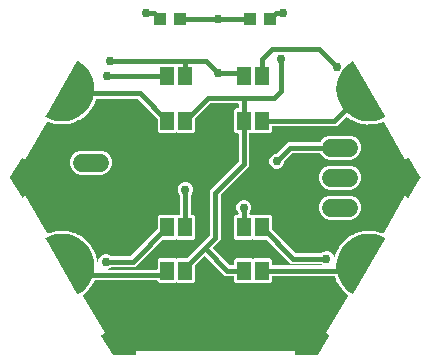
<source format=gbr>
G04 EAGLE Gerber RS-274X export*
G75*
%MOMM*%
%FSLAX34Y34*%
%LPD*%
%INBottom Copper*%
%IPPOS*%
%AMOC8*
5,1,8,0,0,1.08239X$1,22.5*%
G01*
%ADD10R,1.000000X1.100000*%
%ADD11C,1.000000*%
%ADD12R,1.168400X1.600200*%
%ADD13C,1.524000*%
%ADD14C,0.756400*%
%ADD15C,0.406400*%

G36*
X297185Y268734D02*
X297185Y268734D01*
X297190Y268733D01*
X297283Y268754D01*
X297377Y268772D01*
X297381Y268775D01*
X297386Y268776D01*
X297464Y268832D01*
X297542Y268885D01*
X297545Y268889D01*
X297549Y268892D01*
X297600Y268974D01*
X297652Y269053D01*
X297652Y269058D01*
X297655Y269063D01*
X297687Y269240D01*
X297687Y277023D01*
X299176Y278512D01*
X312964Y278512D01*
X313331Y278145D01*
X313336Y278142D01*
X313339Y278138D01*
X313419Y278086D01*
X313498Y278034D01*
X313503Y278033D01*
X313508Y278030D01*
X313602Y278014D01*
X313695Y277996D01*
X313700Y277997D01*
X313705Y277996D01*
X313798Y278018D01*
X313891Y278038D01*
X313895Y278041D01*
X313901Y278042D01*
X314049Y278145D01*
X314416Y278512D01*
X322635Y278512D01*
X322643Y278513D01*
X322650Y278512D01*
X322740Y278533D01*
X322831Y278551D01*
X322838Y278556D01*
X322845Y278558D01*
X322993Y278660D01*
X336074Y291741D01*
X336075Y291741D01*
X341989Y297656D01*
X341993Y297662D01*
X341999Y297667D01*
X342048Y297745D01*
X342100Y297822D01*
X342101Y297830D01*
X342105Y297837D01*
X342137Y298014D01*
X342137Y335904D01*
X366119Y359886D01*
X366123Y359892D01*
X366129Y359897D01*
X366178Y359975D01*
X366230Y360052D01*
X366231Y360060D01*
X366235Y360067D01*
X366267Y360244D01*
X366267Y383921D01*
X366266Y383926D01*
X366267Y383931D01*
X366246Y384024D01*
X366228Y384118D01*
X366225Y384122D01*
X366224Y384127D01*
X366168Y384205D01*
X366115Y384283D01*
X366111Y384286D01*
X366108Y384290D01*
X366026Y384341D01*
X365947Y384393D01*
X365942Y384393D01*
X365937Y384396D01*
X365760Y384428D01*
X363946Y384428D01*
X362457Y385917D01*
X362457Y404023D01*
X363946Y405512D01*
X365760Y405512D01*
X365765Y405513D01*
X365770Y405512D01*
X365863Y405533D01*
X365957Y405551D01*
X365961Y405554D01*
X365966Y405555D01*
X366044Y405611D01*
X366122Y405664D01*
X366125Y405668D01*
X366129Y405671D01*
X366180Y405753D01*
X366232Y405832D01*
X366232Y405837D01*
X366235Y405842D01*
X366267Y406019D01*
X366267Y408940D01*
X366266Y408945D01*
X366267Y408950D01*
X366246Y409043D01*
X366228Y409137D01*
X366225Y409141D01*
X366224Y409146D01*
X366168Y409224D01*
X366115Y409302D01*
X366111Y409305D01*
X366108Y409309D01*
X366026Y409360D01*
X365947Y409412D01*
X365942Y409412D01*
X365937Y409415D01*
X365760Y409447D01*
X342464Y409447D01*
X342456Y409446D01*
X342449Y409447D01*
X342359Y409426D01*
X342268Y409408D01*
X342261Y409403D01*
X342254Y409401D01*
X342106Y409299D01*
X329841Y397034D01*
X329837Y397028D01*
X329831Y397023D01*
X329782Y396945D01*
X329730Y396868D01*
X329729Y396860D01*
X329725Y396853D01*
X329693Y396676D01*
X329693Y385917D01*
X328204Y384428D01*
X314416Y384428D01*
X314049Y384795D01*
X314044Y384798D01*
X314041Y384802D01*
X313961Y384853D01*
X313882Y384906D01*
X313877Y384907D01*
X313872Y384910D01*
X313778Y384926D01*
X313685Y384944D01*
X313680Y384943D01*
X313674Y384944D01*
X313582Y384922D01*
X313489Y384902D01*
X313484Y384899D01*
X313479Y384898D01*
X313331Y384795D01*
X312964Y384428D01*
X299176Y384428D01*
X297687Y385917D01*
X297687Y396676D01*
X297686Y396684D01*
X297687Y396691D01*
X297666Y396781D01*
X297648Y396872D01*
X297643Y396879D01*
X297641Y396887D01*
X297539Y397035D01*
X281084Y413489D01*
X281078Y413493D01*
X281073Y413499D01*
X280995Y413548D01*
X280918Y413600D01*
X280910Y413601D01*
X280903Y413605D01*
X280726Y413637D01*
X246193Y413637D01*
X246182Y413635D01*
X246171Y413637D01*
X246084Y413615D01*
X245997Y413598D01*
X245987Y413591D01*
X245976Y413588D01*
X245905Y413535D01*
X245831Y413485D01*
X245825Y413475D01*
X245815Y413469D01*
X245729Y413328D01*
X245722Y413317D01*
X245721Y413316D01*
X245721Y413315D01*
X245555Y412893D01*
X245549Y412859D01*
X245533Y412821D01*
X245312Y411852D01*
X245234Y411803D01*
X245183Y411754D01*
X245127Y411712D01*
X245109Y411684D01*
X245089Y411665D01*
X245068Y411617D01*
X245032Y411559D01*
X244410Y409973D01*
X244398Y409904D01*
X244378Y409836D01*
X244381Y409804D01*
X244376Y409776D01*
X244387Y409726D01*
X244393Y409657D01*
X244417Y409568D01*
X243920Y408707D01*
X243909Y408674D01*
X243887Y408639D01*
X243525Y407714D01*
X243440Y407677D01*
X243382Y407637D01*
X243320Y407603D01*
X243299Y407578D01*
X243276Y407562D01*
X243249Y407519D01*
X243204Y407466D01*
X242353Y405991D01*
X242330Y405924D01*
X242300Y405860D01*
X242298Y405827D01*
X242289Y405801D01*
X242293Y405749D01*
X242288Y405680D01*
X242299Y405589D01*
X241679Y404812D01*
X241664Y404781D01*
X241637Y404749D01*
X241140Y403889D01*
X241051Y403865D01*
X240988Y403833D01*
X240922Y403810D01*
X240897Y403788D01*
X240872Y403776D01*
X240838Y403736D01*
X240786Y403691D01*
X239725Y402359D01*
X239693Y402297D01*
X239653Y402238D01*
X239646Y402206D01*
X239633Y402181D01*
X239629Y402130D01*
X239615Y402062D01*
X239611Y401970D01*
X238883Y401294D01*
X238863Y401266D01*
X238831Y401238D01*
X238212Y400461D01*
X238121Y400451D01*
X238054Y400429D01*
X237984Y400416D01*
X237957Y400398D01*
X237930Y400390D01*
X237891Y400356D01*
X237833Y400319D01*
X236585Y399160D01*
X236544Y399103D01*
X236496Y399051D01*
X236484Y399020D01*
X236468Y398998D01*
X236456Y398947D01*
X236432Y398883D01*
X236414Y398792D01*
X235594Y398232D01*
X235569Y398207D01*
X235534Y398185D01*
X234806Y397509D01*
X234714Y397512D01*
X234645Y397501D01*
X234574Y397498D01*
X234544Y397485D01*
X234517Y397480D01*
X234473Y397453D01*
X234410Y397424D01*
X233003Y396465D01*
X232968Y396429D01*
X232942Y396411D01*
X232933Y396398D01*
X232899Y396370D01*
X232883Y396341D01*
X232863Y396321D01*
X232844Y396273D01*
X232810Y396213D01*
X232780Y396126D01*
X231885Y395695D01*
X231857Y395674D01*
X231819Y395657D01*
X230998Y395097D01*
X230908Y395114D01*
X230837Y395113D01*
X230767Y395121D01*
X230736Y395112D01*
X230707Y395112D01*
X230660Y395091D01*
X230593Y395073D01*
X229060Y394333D01*
X229003Y394291D01*
X228942Y394255D01*
X228922Y394229D01*
X228900Y394212D01*
X228874Y394168D01*
X228831Y394113D01*
X228788Y394032D01*
X227839Y393739D01*
X227809Y393722D01*
X227768Y393711D01*
X226873Y393280D01*
X226786Y393310D01*
X226717Y393320D01*
X226648Y393338D01*
X226616Y393334D01*
X226588Y393337D01*
X226538Y393324D01*
X226469Y393316D01*
X224843Y392813D01*
X224781Y392780D01*
X224715Y392754D01*
X224691Y392731D01*
X224667Y392718D01*
X224634Y392677D01*
X224584Y392630D01*
X224529Y392556D01*
X223547Y392407D01*
X223514Y392395D01*
X223473Y392390D01*
X222524Y392097D01*
X222442Y392140D01*
X222375Y392160D01*
X222310Y392188D01*
X222277Y392189D01*
X222250Y392197D01*
X222199Y392191D01*
X222130Y392193D01*
X220446Y391939D01*
X220380Y391915D01*
X220311Y391899D01*
X220284Y391880D01*
X220258Y391870D01*
X220220Y391835D01*
X220163Y391796D01*
X220098Y391731D01*
X219104Y391731D01*
X219070Y391724D01*
X219029Y391725D01*
X218046Y391576D01*
X217972Y391631D01*
X217908Y391661D01*
X217848Y391698D01*
X217816Y391704D01*
X217791Y391716D01*
X217739Y391718D01*
X217671Y391730D01*
X215968Y391730D01*
X215899Y391716D01*
X215829Y391710D01*
X215799Y391695D01*
X215772Y391690D01*
X215729Y391661D01*
X215667Y391630D01*
X215593Y391576D01*
X214611Y391723D01*
X214576Y391722D01*
X214535Y391729D01*
X213541Y391729D01*
X213476Y391794D01*
X213417Y391833D01*
X213364Y391879D01*
X213333Y391889D01*
X213309Y391905D01*
X213259Y391914D01*
X213193Y391937D01*
X211509Y392190D01*
X211439Y392186D01*
X211368Y392191D01*
X211337Y392181D01*
X211309Y392180D01*
X211263Y392158D01*
X211197Y392137D01*
X211115Y392094D01*
X210166Y392386D01*
X210131Y392390D01*
X210092Y392403D01*
X209109Y392551D01*
X209055Y392625D01*
X209002Y392672D01*
X208956Y392725D01*
X208927Y392740D01*
X208906Y392759D01*
X208857Y392777D01*
X208796Y392808D01*
X207169Y393310D01*
X207099Y393317D01*
X207030Y393332D01*
X206997Y393327D01*
X206969Y393330D01*
X206920Y393314D01*
X206852Y393304D01*
X206765Y393273D01*
X205870Y393704D01*
X205836Y393713D01*
X205799Y393732D01*
X204801Y394039D01*
X204752Y394044D01*
X204705Y394059D01*
X204653Y394054D01*
X204602Y394059D01*
X204554Y394045D01*
X204505Y394040D01*
X204460Y394016D01*
X204410Y394000D01*
X204372Y393969D01*
X204329Y393946D01*
X204291Y393901D01*
X204256Y393872D01*
X204240Y393840D01*
X204212Y393808D01*
X185790Y361898D01*
X183294Y363621D01*
X183267Y363632D01*
X183245Y363651D01*
X183176Y363671D01*
X183111Y363699D01*
X183082Y363699D01*
X183054Y363707D01*
X182983Y363699D01*
X182912Y363700D01*
X182885Y363688D01*
X182856Y363685D01*
X182794Y363650D01*
X182729Y363622D01*
X182708Y363602D01*
X182683Y363587D01*
X182620Y363510D01*
X182590Y363480D01*
X182586Y363470D01*
X182577Y363459D01*
X173077Y346959D01*
X173053Y346886D01*
X173022Y346816D01*
X173022Y346792D01*
X173014Y346770D01*
X173021Y346694D01*
X173020Y346617D01*
X173029Y346593D01*
X173030Y346572D01*
X173051Y346533D01*
X173070Y346481D01*
X173071Y346475D01*
X173073Y346473D01*
X173077Y346461D01*
X182577Y329961D01*
X182596Y329939D01*
X182609Y329913D01*
X182662Y329865D01*
X182709Y329812D01*
X182735Y329799D01*
X182757Y329780D01*
X182824Y329757D01*
X182888Y329726D01*
X182917Y329725D01*
X182944Y329715D01*
X183016Y329720D01*
X183087Y329717D01*
X183114Y329727D01*
X183143Y329729D01*
X183233Y329771D01*
X183273Y329786D01*
X183281Y329793D01*
X183294Y329799D01*
X185790Y331522D01*
X204212Y299612D01*
X204245Y299575D01*
X204269Y299532D01*
X204311Y299501D01*
X204345Y299462D01*
X204389Y299440D01*
X204428Y299410D01*
X204479Y299397D01*
X204525Y299374D01*
X204574Y299372D01*
X204622Y299359D01*
X204680Y299366D01*
X204726Y299364D01*
X204759Y299376D01*
X204801Y299381D01*
X205799Y299688D01*
X205830Y299705D01*
X205870Y299716D01*
X206765Y300147D01*
X206852Y300116D01*
X206922Y300107D01*
X206990Y300089D01*
X207022Y300093D01*
X207050Y300089D01*
X207100Y300102D01*
X207169Y300110D01*
X208796Y300612D01*
X208858Y300645D01*
X208924Y300672D01*
X208947Y300694D01*
X208972Y300707D01*
X209004Y300748D01*
X209055Y300795D01*
X209109Y300869D01*
X210092Y301017D01*
X210125Y301029D01*
X210166Y301034D01*
X211115Y301326D01*
X211197Y301283D01*
X211264Y301263D01*
X211329Y301235D01*
X211362Y301234D01*
X211389Y301226D01*
X211440Y301232D01*
X211509Y301230D01*
X213193Y301483D01*
X213259Y301507D01*
X213328Y301523D01*
X213355Y301542D01*
X213381Y301552D01*
X213419Y301587D01*
X213476Y301626D01*
X213541Y301691D01*
X214535Y301691D01*
X214569Y301698D01*
X214611Y301697D01*
X215593Y301844D01*
X215667Y301790D01*
X215731Y301760D01*
X215791Y301723D01*
X215823Y301717D01*
X215849Y301705D01*
X215900Y301703D01*
X215968Y301690D01*
X217671Y301690D01*
X217740Y301704D01*
X217810Y301709D01*
X217840Y301724D01*
X217867Y301729D01*
X217910Y301758D01*
X217972Y301789D01*
X218046Y301844D01*
X219029Y301695D01*
X219064Y301697D01*
X219104Y301689D01*
X220098Y301689D01*
X220163Y301624D01*
X220222Y301585D01*
X220275Y301539D01*
X220306Y301529D01*
X220330Y301513D01*
X220381Y301503D01*
X220446Y301481D01*
X222130Y301227D01*
X222200Y301230D01*
X222271Y301225D01*
X222302Y301235D01*
X222330Y301237D01*
X222376Y301259D01*
X222442Y301280D01*
X222524Y301323D01*
X223473Y301030D01*
X223508Y301026D01*
X223547Y301013D01*
X224529Y300864D01*
X224584Y300790D01*
X224636Y300743D01*
X224683Y300689D01*
X224712Y300674D01*
X224732Y300656D01*
X224781Y300638D01*
X224843Y300607D01*
X226469Y300104D01*
X226540Y300097D01*
X226609Y300082D01*
X226641Y300087D01*
X226669Y300084D01*
X226718Y300099D01*
X226786Y300110D01*
X226873Y300140D01*
X227768Y299709D01*
X227802Y299700D01*
X227839Y299681D01*
X228788Y299388D01*
X228831Y299307D01*
X228876Y299252D01*
X228914Y299192D01*
X228940Y299173D01*
X228958Y299151D01*
X229004Y299127D01*
X229060Y299087D01*
X230593Y298347D01*
X230662Y298330D01*
X230728Y298304D01*
X230760Y298305D01*
X230788Y298298D01*
X230839Y298305D01*
X230908Y298306D01*
X230998Y298323D01*
X231819Y297763D01*
X231851Y297750D01*
X231885Y297725D01*
X232780Y297294D01*
X232810Y297207D01*
X232846Y297146D01*
X232875Y297082D01*
X232898Y297059D01*
X232912Y297034D01*
X232954Y297004D01*
X233003Y296955D01*
X234410Y295996D01*
X234475Y295968D01*
X234536Y295933D01*
X234568Y295928D01*
X234594Y295918D01*
X234646Y295917D01*
X234714Y295908D01*
X234806Y295911D01*
X235534Y295235D01*
X235564Y295217D01*
X235594Y295188D01*
X236414Y294628D01*
X236432Y294537D01*
X236458Y294472D01*
X236477Y294404D01*
X236496Y294378D01*
X236507Y294352D01*
X236543Y294315D01*
X236585Y294260D01*
X237833Y293101D01*
X237893Y293064D01*
X237948Y293021D01*
X237980Y293011D01*
X238004Y292997D01*
X238055Y292989D01*
X238121Y292969D01*
X238212Y292959D01*
X238831Y292182D01*
X238858Y292159D01*
X238883Y292126D01*
X239611Y291450D01*
X239615Y291358D01*
X239631Y291289D01*
X239639Y291219D01*
X239655Y291190D01*
X239661Y291163D01*
X239692Y291121D01*
X239725Y291061D01*
X240786Y289729D01*
X240840Y289684D01*
X240846Y289677D01*
X240850Y289672D01*
X240853Y289670D01*
X240888Y289632D01*
X240918Y289618D01*
X240939Y289600D01*
X240989Y289585D01*
X240994Y289582D01*
X241020Y289566D01*
X241034Y289564D01*
X241051Y289555D01*
X241140Y289531D01*
X241637Y288671D01*
X241660Y288645D01*
X241679Y288608D01*
X242299Y287831D01*
X242288Y287740D01*
X242294Y287669D01*
X242292Y287599D01*
X242303Y287568D01*
X242306Y287540D01*
X242330Y287494D01*
X242353Y287429D01*
X243204Y285954D01*
X243251Y285901D01*
X243291Y285843D01*
X243318Y285825D01*
X243336Y285804D01*
X243383Y285781D01*
X243440Y285743D01*
X243525Y285706D01*
X243887Y284781D01*
X243893Y284772D01*
X243895Y284763D01*
X243910Y284742D01*
X243920Y284713D01*
X244417Y283852D01*
X244393Y283763D01*
X244388Y283693D01*
X244376Y283623D01*
X244382Y283591D01*
X244380Y283563D01*
X244397Y283514D01*
X244411Y283447D01*
X245032Y281861D01*
X245070Y281802D01*
X245101Y281739D01*
X245125Y281717D01*
X245141Y281693D01*
X245183Y281664D01*
X245234Y281617D01*
X245312Y281568D01*
X245533Y280599D01*
X245547Y280568D01*
X245555Y280527D01*
X245918Y279602D01*
X245881Y279518D01*
X245866Y279449D01*
X245843Y279382D01*
X245845Y279349D01*
X245839Y279322D01*
X245848Y279271D01*
X245851Y279202D01*
X246230Y277542D01*
X246259Y277477D01*
X246280Y277410D01*
X246301Y277385D01*
X246312Y277359D01*
X246350Y277324D01*
X246393Y277270D01*
X246463Y277210D01*
X246537Y276219D01*
X246546Y276186D01*
X246548Y276144D01*
X246675Y275587D01*
X246694Y275546D01*
X246702Y275503D01*
X246734Y275456D01*
X246758Y275404D01*
X246790Y275374D01*
X246815Y275337D01*
X246863Y275306D01*
X246904Y275267D01*
X246946Y275252D01*
X246983Y275228D01*
X247039Y275218D01*
X247093Y275198D01*
X247137Y275200D01*
X247180Y275192D01*
X247236Y275205D01*
X247293Y275207D01*
X247333Y275226D01*
X247376Y275236D01*
X247422Y275269D01*
X247474Y275293D01*
X247503Y275326D01*
X247539Y275352D01*
X247570Y275400D01*
X247607Y275443D01*
X247622Y275484D01*
X247645Y275522D01*
X247657Y275585D01*
X247673Y275632D01*
X247671Y275666D01*
X247677Y275699D01*
X247677Y276848D01*
X248640Y279172D01*
X250418Y280950D01*
X250419Y280950D01*
X251643Y281458D01*
X251644Y281458D01*
X252742Y281913D01*
X255258Y281913D01*
X257582Y280950D01*
X258220Y280311D01*
X258227Y280307D01*
X258232Y280301D01*
X258310Y280252D01*
X258387Y280200D01*
X258395Y280199D01*
X258402Y280195D01*
X258579Y280163D01*
X274756Y280163D01*
X274764Y280164D01*
X274771Y280163D01*
X274861Y280184D01*
X274952Y280202D01*
X274959Y280207D01*
X274966Y280209D01*
X275114Y280311D01*
X297539Y302735D01*
X297543Y302742D01*
X297549Y302747D01*
X297598Y302825D01*
X297650Y302902D01*
X297651Y302910D01*
X297655Y302917D01*
X297687Y303094D01*
X297687Y313853D01*
X299176Y315342D01*
X312964Y315342D01*
X313331Y314975D01*
X313336Y314972D01*
X313339Y314968D01*
X313419Y314916D01*
X313498Y314864D01*
X313503Y314863D01*
X313508Y314860D01*
X313602Y314844D01*
X313695Y314826D01*
X313700Y314827D01*
X313705Y314826D01*
X313798Y314848D01*
X313891Y314868D01*
X313895Y314871D01*
X313901Y314872D01*
X314049Y314975D01*
X314416Y315342D01*
X316230Y315342D01*
X316235Y315343D01*
X316240Y315342D01*
X316333Y315363D01*
X316427Y315381D01*
X316431Y315384D01*
X316436Y315385D01*
X316514Y315441D01*
X316592Y315494D01*
X316595Y315498D01*
X316599Y315501D01*
X316650Y315583D01*
X316702Y315662D01*
X316702Y315667D01*
X316705Y315672D01*
X316737Y315849D01*
X316737Y331971D01*
X316736Y331979D01*
X316737Y331986D01*
X316716Y332076D01*
X316698Y332167D01*
X316693Y332174D01*
X316691Y332182D01*
X316589Y332330D01*
X315950Y332968D01*
X314987Y335292D01*
X314987Y337808D01*
X315950Y340132D01*
X317728Y341910D01*
X318736Y342328D01*
X319961Y342835D01*
X320052Y342873D01*
X322568Y342873D01*
X324892Y341910D01*
X326670Y340132D01*
X327633Y337808D01*
X327633Y335292D01*
X326670Y332968D01*
X326031Y332330D01*
X326027Y332323D01*
X326021Y332318D01*
X325972Y332240D01*
X325920Y332163D01*
X325919Y332155D01*
X325915Y332148D01*
X325883Y331971D01*
X325883Y315849D01*
X325884Y315844D01*
X325883Y315839D01*
X325904Y315746D01*
X325922Y315652D01*
X325925Y315648D01*
X325926Y315643D01*
X325982Y315565D01*
X326035Y315487D01*
X326039Y315484D01*
X326042Y315480D01*
X326124Y315429D01*
X326203Y315377D01*
X326208Y315377D01*
X326213Y315374D01*
X326390Y315342D01*
X328204Y315342D01*
X329693Y313853D01*
X329693Y295747D01*
X328204Y294258D01*
X314416Y294258D01*
X314049Y294625D01*
X314044Y294628D01*
X314041Y294632D01*
X313961Y294683D01*
X313882Y294736D01*
X313877Y294737D01*
X313872Y294740D01*
X313778Y294756D01*
X313685Y294774D01*
X313680Y294773D01*
X313674Y294774D01*
X313582Y294752D01*
X313489Y294732D01*
X313484Y294729D01*
X313479Y294728D01*
X313331Y294625D01*
X312964Y294258D01*
X302205Y294258D01*
X302197Y294257D01*
X302190Y294258D01*
X302100Y294237D01*
X302009Y294219D01*
X302002Y294214D01*
X301994Y294212D01*
X301846Y294110D01*
X281581Y273844D01*
X278754Y271017D01*
X258579Y271017D01*
X258571Y271016D01*
X258564Y271017D01*
X258474Y270996D01*
X258383Y270978D01*
X258376Y270973D01*
X258368Y270971D01*
X258220Y270869D01*
X257582Y270230D01*
X257555Y270219D01*
X256330Y269712D01*
X256323Y269709D01*
X256322Y269708D01*
X256321Y269708D01*
X256238Y269651D01*
X256157Y269597D01*
X256156Y269596D01*
X256155Y269595D01*
X256102Y269514D01*
X256047Y269429D01*
X256046Y269428D01*
X256046Y269427D01*
X256028Y269330D01*
X256010Y269232D01*
X256010Y269231D01*
X256010Y269230D01*
X256032Y269131D01*
X256053Y269036D01*
X256053Y269035D01*
X256054Y269034D01*
X256112Y268952D01*
X256168Y268872D01*
X256169Y268872D01*
X256170Y268871D01*
X256255Y268818D01*
X256338Y268766D01*
X256339Y268765D01*
X256340Y268765D01*
X256517Y268733D01*
X297180Y268733D01*
X297185Y268734D01*
G37*
G36*
X361955Y272544D02*
X361955Y272544D01*
X361960Y272543D01*
X362053Y272564D01*
X362147Y272582D01*
X362151Y272585D01*
X362156Y272586D01*
X362234Y272642D01*
X362312Y272695D01*
X362315Y272699D01*
X362319Y272702D01*
X362370Y272784D01*
X362422Y272863D01*
X362422Y272868D01*
X362425Y272873D01*
X362457Y273050D01*
X362457Y277023D01*
X363946Y278512D01*
X377734Y278512D01*
X378101Y278145D01*
X378106Y278142D01*
X378109Y278138D01*
X378189Y278087D01*
X378268Y278034D01*
X378273Y278033D01*
X378278Y278030D01*
X378372Y278014D01*
X378465Y277996D01*
X378470Y277997D01*
X378476Y277996D01*
X378568Y278018D01*
X378661Y278038D01*
X378666Y278041D01*
X378671Y278042D01*
X378819Y278145D01*
X379186Y278512D01*
X392974Y278512D01*
X394463Y277023D01*
X394463Y273050D01*
X394464Y273045D01*
X394463Y273040D01*
X394484Y272947D01*
X394502Y272853D01*
X394505Y272849D01*
X394506Y272844D01*
X394562Y272766D01*
X394615Y272688D01*
X394619Y272685D01*
X394622Y272681D01*
X394704Y272630D01*
X394783Y272578D01*
X394788Y272578D01*
X394793Y272575D01*
X394970Y272543D01*
X436111Y272543D01*
X436193Y272559D01*
X436276Y272570D01*
X436291Y272579D01*
X436307Y272582D01*
X436377Y272629D01*
X436449Y272672D01*
X436459Y272685D01*
X436473Y272695D01*
X436519Y272765D01*
X436569Y272832D01*
X436573Y272849D01*
X436583Y272863D01*
X436597Y272946D01*
X436618Y273027D01*
X436615Y273044D01*
X436618Y273060D01*
X436600Y273142D01*
X436587Y273225D01*
X436578Y273239D01*
X436575Y273256D01*
X436526Y273324D01*
X436482Y273396D01*
X436468Y273407D01*
X436459Y273419D01*
X436411Y273449D01*
X436338Y273504D01*
X436311Y273511D01*
X436288Y273525D01*
X436199Y273541D01*
X436144Y273556D01*
X436129Y273554D01*
X436111Y273557D01*
X410856Y273557D01*
X390303Y294110D01*
X390297Y294114D01*
X390292Y294120D01*
X390214Y294169D01*
X390137Y294221D01*
X390129Y294222D01*
X390122Y294226D01*
X389945Y294258D01*
X379186Y294258D01*
X378819Y294625D01*
X378814Y294628D01*
X378811Y294632D01*
X378731Y294684D01*
X378652Y294736D01*
X378647Y294737D01*
X378642Y294740D01*
X378548Y294756D01*
X378455Y294774D01*
X378450Y294773D01*
X378445Y294774D01*
X378352Y294752D01*
X378259Y294732D01*
X378255Y294729D01*
X378249Y294728D01*
X378101Y294625D01*
X377734Y294258D01*
X363946Y294258D01*
X362457Y295747D01*
X362457Y313853D01*
X363946Y315342D01*
X365760Y315342D01*
X365765Y315343D01*
X365770Y315342D01*
X365863Y315363D01*
X365957Y315381D01*
X365961Y315384D01*
X365966Y315385D01*
X366044Y315441D01*
X366122Y315494D01*
X366125Y315498D01*
X366129Y315501D01*
X366180Y315583D01*
X366232Y315662D01*
X366232Y315667D01*
X366235Y315672D01*
X366267Y315849D01*
X366267Y316731D01*
X366266Y316739D01*
X366267Y316746D01*
X366246Y316836D01*
X366228Y316927D01*
X366223Y316934D01*
X366221Y316942D01*
X366119Y317090D01*
X365480Y317728D01*
X364517Y320052D01*
X364517Y322568D01*
X365480Y324892D01*
X367258Y326670D01*
X368320Y327110D01*
X368321Y327110D01*
X369545Y327617D01*
X369582Y327633D01*
X372098Y327633D01*
X374422Y326670D01*
X376200Y324892D01*
X377163Y322568D01*
X377163Y320052D01*
X376200Y317728D01*
X375561Y317090D01*
X375557Y317083D01*
X375551Y317078D01*
X375502Y317000D01*
X375450Y316923D01*
X375449Y316915D01*
X375445Y316908D01*
X375413Y316731D01*
X375413Y315849D01*
X375414Y315844D01*
X375413Y315839D01*
X375434Y315746D01*
X375452Y315652D01*
X375455Y315648D01*
X375456Y315643D01*
X375512Y315565D01*
X375565Y315487D01*
X375569Y315484D01*
X375572Y315480D01*
X375654Y315429D01*
X375733Y315377D01*
X375738Y315377D01*
X375743Y315374D01*
X375920Y315342D01*
X377734Y315342D01*
X378101Y314975D01*
X378106Y314972D01*
X378109Y314968D01*
X378189Y314917D01*
X378268Y314864D01*
X378273Y314863D01*
X378278Y314860D01*
X378372Y314844D01*
X378465Y314826D01*
X378470Y314827D01*
X378476Y314826D01*
X378568Y314848D01*
X378661Y314868D01*
X378666Y314871D01*
X378671Y314872D01*
X378819Y314975D01*
X379186Y315342D01*
X392974Y315342D01*
X394463Y313853D01*
X394463Y303094D01*
X394464Y303086D01*
X394463Y303079D01*
X394484Y302989D01*
X394502Y302898D01*
X394507Y302891D01*
X394509Y302884D01*
X394611Y302736D01*
X414496Y282851D01*
X414502Y282847D01*
X414507Y282841D01*
X414585Y282792D01*
X414662Y282740D01*
X414670Y282739D01*
X414677Y282735D01*
X414854Y282703D01*
X436111Y282703D01*
X436119Y282704D01*
X436126Y282703D01*
X436216Y282724D01*
X436307Y282742D01*
X436314Y282747D01*
X436322Y282749D01*
X436470Y282851D01*
X437108Y283490D01*
X438324Y283994D01*
X438325Y283994D01*
X439432Y284453D01*
X441948Y284453D01*
X444272Y283490D01*
X446050Y281712D01*
X446739Y280048D01*
X446744Y280041D01*
X446745Y280034D01*
X446799Y279958D01*
X446851Y279881D01*
X446857Y279877D01*
X446862Y279871D01*
X446941Y279822D01*
X447019Y279771D01*
X447026Y279770D01*
X447033Y279766D01*
X447125Y279751D01*
X447216Y279735D01*
X447223Y279736D01*
X447231Y279735D01*
X447321Y279757D01*
X447412Y279777D01*
X447418Y279781D01*
X447425Y279783D01*
X447499Y279839D01*
X447576Y279892D01*
X447580Y279899D01*
X447586Y279903D01*
X447680Y280057D01*
X447865Y280527D01*
X447871Y280561D01*
X447887Y280599D01*
X448108Y281568D01*
X448186Y281617D01*
X448237Y281666D01*
X448293Y281708D01*
X448311Y281736D01*
X448331Y281755D01*
X448352Y281803D01*
X448388Y281861D01*
X449010Y283447D01*
X449022Y283516D01*
X449042Y283584D01*
X449039Y283616D01*
X449044Y283644D01*
X449033Y283694D01*
X449027Y283763D01*
X449003Y283852D01*
X449500Y284713D01*
X449511Y284746D01*
X449533Y284781D01*
X449895Y285706D01*
X449980Y285743D01*
X450038Y285783D01*
X450100Y285817D01*
X450121Y285842D01*
X450144Y285858D01*
X450171Y285901D01*
X450216Y285954D01*
X451067Y287429D01*
X451090Y287496D01*
X451120Y287560D01*
X451122Y287593D01*
X451131Y287619D01*
X451127Y287671D01*
X451132Y287740D01*
X451121Y287831D01*
X451741Y288608D01*
X451756Y288639D01*
X451783Y288671D01*
X452280Y289531D01*
X452369Y289555D01*
X452396Y289569D01*
X452419Y289574D01*
X452445Y289591D01*
X452498Y289610D01*
X452523Y289632D01*
X452548Y289644D01*
X452582Y289684D01*
X452634Y289729D01*
X453695Y291061D01*
X453727Y291123D01*
X453767Y291182D01*
X453774Y291214D01*
X453787Y291239D01*
X453791Y291290D01*
X453805Y291358D01*
X453809Y291450D01*
X454537Y292126D01*
X454557Y292154D01*
X454589Y292182D01*
X455208Y292959D01*
X455299Y292969D01*
X455366Y292991D01*
X455436Y293004D01*
X455463Y293022D01*
X455490Y293030D01*
X455529Y293064D01*
X455587Y293101D01*
X456835Y294260D01*
X456876Y294317D01*
X456924Y294369D01*
X456936Y294400D01*
X456952Y294422D01*
X456964Y294473D01*
X456988Y294537D01*
X457006Y294628D01*
X457826Y295188D01*
X457851Y295213D01*
X457886Y295235D01*
X458614Y295911D01*
X458706Y295908D01*
X458775Y295919D01*
X458846Y295922D01*
X458876Y295935D01*
X458903Y295940D01*
X458947Y295967D01*
X459010Y295996D01*
X460417Y296955D01*
X460466Y297006D01*
X460521Y297050D01*
X460537Y297079D01*
X460557Y297099D01*
X460576Y297147D01*
X460610Y297207D01*
X460640Y297294D01*
X461535Y297725D01*
X461563Y297746D01*
X461601Y297763D01*
X462422Y298323D01*
X462512Y298306D01*
X462583Y298307D01*
X462653Y298299D01*
X462684Y298308D01*
X462713Y298308D01*
X462760Y298329D01*
X462827Y298347D01*
X464360Y299087D01*
X464417Y299129D01*
X464478Y299165D01*
X464498Y299191D01*
X464520Y299208D01*
X464546Y299252D01*
X464589Y299307D01*
X464632Y299388D01*
X465581Y299681D01*
X465611Y299698D01*
X465652Y299709D01*
X466547Y300140D01*
X466634Y300110D01*
X466704Y300100D01*
X466772Y300082D01*
X466804Y300086D01*
X466832Y300083D01*
X466882Y300096D01*
X466951Y300104D01*
X468577Y300607D01*
X468639Y300640D01*
X468705Y300666D01*
X468729Y300689D01*
X468754Y300702D01*
X468786Y300743D01*
X468836Y300790D01*
X468891Y300864D01*
X469873Y301013D01*
X469906Y301025D01*
X469947Y301030D01*
X470896Y301323D01*
X470978Y301280D01*
X471045Y301260D01*
X471110Y301232D01*
X471143Y301231D01*
X471170Y301223D01*
X471221Y301229D01*
X471290Y301227D01*
X472974Y301481D01*
X473040Y301505D01*
X473109Y301521D01*
X473136Y301540D01*
X473162Y301550D01*
X473200Y301585D01*
X473257Y301624D01*
X473322Y301689D01*
X474316Y301689D01*
X474350Y301696D01*
X474391Y301695D01*
X475374Y301844D01*
X475448Y301789D01*
X475512Y301759D01*
X475572Y301722D01*
X475604Y301716D01*
X475629Y301704D01*
X475681Y301702D01*
X475749Y301690D01*
X477452Y301690D01*
X477521Y301704D01*
X477591Y301710D01*
X477621Y301725D01*
X477648Y301730D01*
X477691Y301759D01*
X477753Y301790D01*
X477827Y301844D01*
X478809Y301697D01*
X478844Y301698D01*
X478885Y301691D01*
X479879Y301691D01*
X479944Y301626D01*
X480003Y301587D01*
X480056Y301541D01*
X480087Y301531D01*
X480111Y301515D01*
X480161Y301506D01*
X480227Y301483D01*
X481911Y301230D01*
X481981Y301234D01*
X482052Y301229D01*
X482083Y301239D01*
X482111Y301240D01*
X482157Y301262D01*
X482223Y301283D01*
X482305Y301326D01*
X483254Y301034D01*
X483289Y301030D01*
X483328Y301017D01*
X484311Y300869D01*
X484365Y300795D01*
X484418Y300748D01*
X484464Y300695D01*
X484493Y300680D01*
X484514Y300661D01*
X484563Y300643D01*
X484624Y300612D01*
X486251Y300110D01*
X486321Y300103D01*
X486390Y300088D01*
X486423Y300093D01*
X486451Y300090D01*
X486500Y300106D01*
X486568Y300116D01*
X486655Y300147D01*
X487550Y299716D01*
X487563Y299713D01*
X487566Y299711D01*
X487581Y299708D01*
X487584Y299707D01*
X487621Y299688D01*
X488619Y299381D01*
X488668Y299376D01*
X488715Y299361D01*
X488767Y299366D01*
X488818Y299361D01*
X488866Y299375D01*
X488915Y299380D01*
X488960Y299404D01*
X489010Y299420D01*
X489048Y299451D01*
X489091Y299474D01*
X489129Y299519D01*
X489164Y299548D01*
X489180Y299580D01*
X489208Y299612D01*
X507630Y331522D01*
X510126Y329799D01*
X510153Y329788D01*
X510175Y329769D01*
X510244Y329749D01*
X510309Y329721D01*
X510338Y329721D01*
X510366Y329713D01*
X510437Y329721D01*
X510508Y329721D01*
X510535Y329732D01*
X510564Y329735D01*
X510626Y329770D01*
X510691Y329798D01*
X510712Y329818D01*
X510737Y329833D01*
X510800Y329910D01*
X510830Y329940D01*
X510834Y329950D01*
X510843Y329961D01*
X520343Y346461D01*
X520353Y346493D01*
X520362Y346506D01*
X520366Y346530D01*
X520367Y346534D01*
X520398Y346604D01*
X520398Y346628D01*
X520406Y346650D01*
X520400Y346726D01*
X520401Y346803D01*
X520391Y346827D01*
X520390Y346848D01*
X520369Y346887D01*
X520343Y346959D01*
X510843Y363459D01*
X510824Y363481D01*
X510811Y363507D01*
X510758Y363555D01*
X510711Y363608D01*
X510685Y363621D01*
X510664Y363640D01*
X510596Y363663D01*
X510532Y363694D01*
X510503Y363696D01*
X510476Y363705D01*
X510404Y363700D01*
X510333Y363703D01*
X510306Y363693D01*
X510277Y363691D01*
X510187Y363649D01*
X510147Y363634D01*
X510139Y363627D01*
X510126Y363621D01*
X507630Y361898D01*
X489208Y393808D01*
X489175Y393845D01*
X489151Y393888D01*
X489109Y393919D01*
X489075Y393958D01*
X489031Y393980D01*
X488992Y394010D01*
X488941Y394023D01*
X488895Y394046D01*
X488846Y394048D01*
X488798Y394061D01*
X488740Y394054D01*
X488694Y394056D01*
X488661Y394044D01*
X488619Y394039D01*
X487621Y393732D01*
X487590Y393715D01*
X487550Y393704D01*
X486655Y393273D01*
X486568Y393304D01*
X486498Y393313D01*
X486430Y393331D01*
X486398Y393327D01*
X486370Y393331D01*
X486320Y393318D01*
X486251Y393310D01*
X484624Y392808D01*
X484562Y392775D01*
X484496Y392748D01*
X484473Y392726D01*
X484448Y392713D01*
X484416Y392672D01*
X484365Y392625D01*
X484311Y392551D01*
X483328Y392403D01*
X483295Y392391D01*
X483254Y392386D01*
X482305Y392094D01*
X482223Y392137D01*
X482156Y392157D01*
X482091Y392185D01*
X482058Y392186D01*
X482031Y392194D01*
X481980Y392188D01*
X481911Y392190D01*
X480227Y391937D01*
X480161Y391913D01*
X480092Y391897D01*
X480065Y391878D01*
X480039Y391868D01*
X480001Y391833D01*
X479944Y391794D01*
X479879Y391729D01*
X478885Y391729D01*
X478851Y391722D01*
X478809Y391723D01*
X477827Y391576D01*
X477753Y391630D01*
X477689Y391660D01*
X477629Y391697D01*
X477597Y391703D01*
X477571Y391715D01*
X477520Y391717D01*
X477452Y391730D01*
X475749Y391730D01*
X475680Y391716D01*
X475609Y391711D01*
X475580Y391696D01*
X475553Y391691D01*
X475510Y391662D01*
X475448Y391631D01*
X475374Y391576D01*
X474391Y391725D01*
X474356Y391723D01*
X474316Y391731D01*
X473322Y391731D01*
X473257Y391796D01*
X473198Y391835D01*
X473145Y391881D01*
X473113Y391891D01*
X473090Y391907D01*
X473039Y391917D01*
X472974Y391939D01*
X471290Y392193D01*
X471220Y392190D01*
X471149Y392195D01*
X471118Y392185D01*
X471090Y392183D01*
X471044Y392161D01*
X470978Y392140D01*
X470896Y392097D01*
X469947Y392390D01*
X469912Y392394D01*
X469873Y392407D01*
X468891Y392556D01*
X468836Y392630D01*
X468784Y392677D01*
X468737Y392731D01*
X468708Y392746D01*
X468688Y392764D01*
X468639Y392782D01*
X468577Y392813D01*
X466951Y393316D01*
X466880Y393323D01*
X466811Y393338D01*
X466779Y393333D01*
X466751Y393336D01*
X466702Y393321D01*
X466634Y393310D01*
X466547Y393280D01*
X465652Y393711D01*
X465618Y393720D01*
X465581Y393739D01*
X464632Y394032D01*
X464589Y394113D01*
X464544Y394168D01*
X464506Y394228D01*
X464480Y394247D01*
X464462Y394269D01*
X464416Y394293D01*
X464360Y394333D01*
X462827Y395073D01*
X462758Y395090D01*
X462692Y395116D01*
X462660Y395115D01*
X462632Y395122D01*
X462581Y395115D01*
X462512Y395114D01*
X462422Y395097D01*
X461601Y395657D01*
X461569Y395670D01*
X461535Y395695D01*
X460640Y396126D01*
X460610Y396213D01*
X460574Y396274D01*
X460545Y396338D01*
X460522Y396362D01*
X460508Y396386D01*
X460474Y396411D01*
X460463Y396426D01*
X460445Y396437D01*
X460417Y396465D01*
X459010Y397424D01*
X458945Y397452D01*
X458884Y397487D01*
X458852Y397492D01*
X458826Y397502D01*
X458774Y397503D01*
X458706Y397512D01*
X458614Y397509D01*
X457886Y398185D01*
X457856Y398203D01*
X457826Y398232D01*
X457741Y398290D01*
X457687Y398313D01*
X457638Y398345D01*
X457596Y398352D01*
X457557Y398368D01*
X457498Y398368D01*
X457440Y398378D01*
X457399Y398369D01*
X457356Y398369D01*
X457302Y398346D01*
X457245Y398333D01*
X457207Y398306D01*
X457171Y398291D01*
X457141Y398261D01*
X457097Y398230D01*
X449264Y390397D01*
X394970Y390397D01*
X394965Y390396D01*
X394960Y390397D01*
X394867Y390376D01*
X394773Y390358D01*
X394769Y390355D01*
X394764Y390354D01*
X394686Y390298D01*
X394608Y390245D01*
X394605Y390241D01*
X394601Y390238D01*
X394550Y390156D01*
X394498Y390077D01*
X394498Y390072D01*
X394495Y390067D01*
X394463Y389890D01*
X394463Y385917D01*
X392974Y384428D01*
X379186Y384428D01*
X378819Y384795D01*
X378814Y384798D01*
X378811Y384802D01*
X378731Y384854D01*
X378652Y384906D01*
X378647Y384907D01*
X378642Y384910D01*
X378548Y384926D01*
X378455Y384944D01*
X378450Y384943D01*
X378445Y384944D01*
X378352Y384922D01*
X378259Y384902D01*
X378255Y384899D01*
X378249Y384898D01*
X378101Y384795D01*
X377734Y384428D01*
X375920Y384428D01*
X375915Y384427D01*
X375910Y384428D01*
X375817Y384407D01*
X375723Y384389D01*
X375719Y384386D01*
X375714Y384385D01*
X375636Y384329D01*
X375558Y384276D01*
X375555Y384272D01*
X375551Y384269D01*
X375500Y384187D01*
X375448Y384108D01*
X375448Y384103D01*
X375445Y384098D01*
X375413Y383921D01*
X375413Y356246D01*
X351431Y332264D01*
X351427Y332258D01*
X351421Y332253D01*
X351371Y332174D01*
X351320Y332098D01*
X351319Y332090D01*
X351315Y332083D01*
X351283Y331906D01*
X351283Y294016D01*
X348456Y291189D01*
X344645Y287379D01*
X344643Y287374D01*
X344638Y287371D01*
X344587Y287291D01*
X344535Y287212D01*
X344534Y287207D01*
X344531Y287202D01*
X344515Y287108D01*
X344497Y287015D01*
X344498Y287010D01*
X344497Y287005D01*
X344519Y286912D01*
X344539Y286819D01*
X344542Y286814D01*
X344543Y286809D01*
X344645Y286661D01*
X358616Y272691D01*
X358622Y272687D01*
X358627Y272681D01*
X358705Y272632D01*
X358782Y272580D01*
X358790Y272579D01*
X358797Y272575D01*
X358974Y272543D01*
X361950Y272543D01*
X361955Y272544D01*
G37*
G36*
X279138Y196216D02*
X279138Y196216D01*
X279166Y196214D01*
X279234Y196236D01*
X279305Y196250D01*
X279328Y196266D01*
X279355Y196275D01*
X279410Y196322D01*
X279469Y196363D01*
X279484Y196387D01*
X279506Y196405D01*
X279537Y196470D01*
X279576Y196530D01*
X279581Y196558D01*
X279593Y196584D01*
X279602Y196685D01*
X279609Y196727D01*
X279607Y196737D01*
X279608Y196750D01*
X279369Y199751D01*
X414051Y199751D01*
X413812Y196750D01*
X413816Y196721D01*
X413811Y196693D01*
X413828Y196624D01*
X413836Y196552D01*
X413851Y196528D01*
X413857Y196500D01*
X413900Y196442D01*
X413936Y196380D01*
X413958Y196363D01*
X413975Y196340D01*
X414037Y196303D01*
X414094Y196260D01*
X414122Y196253D01*
X414146Y196238D01*
X414246Y196222D01*
X414287Y196211D01*
X414297Y196213D01*
X414310Y196211D01*
X433310Y196211D01*
X433386Y196226D01*
X433464Y196235D01*
X433483Y196246D01*
X433505Y196250D01*
X433569Y196294D01*
X433637Y196333D01*
X433653Y196352D01*
X433669Y196363D01*
X433693Y196401D01*
X433743Y196461D01*
X443243Y212961D01*
X443252Y212988D01*
X443268Y213012D01*
X443283Y213082D01*
X443306Y213150D01*
X443303Y213178D01*
X443309Y213206D01*
X443296Y213277D01*
X443290Y213348D01*
X443277Y213373D01*
X443271Y213401D01*
X443231Y213461D01*
X443198Y213524D01*
X443176Y213542D01*
X443160Y213566D01*
X443077Y213624D01*
X443045Y213651D01*
X443034Y213654D01*
X443024Y213661D01*
X440323Y214939D01*
X458747Y246850D01*
X458762Y246897D01*
X458787Y246940D01*
X458794Y246991D01*
X458811Y247040D01*
X458807Y247090D01*
X458813Y247139D01*
X458800Y247189D01*
X458796Y247240D01*
X458774Y247284D01*
X458761Y247332D01*
X458726Y247378D01*
X458705Y247419D01*
X458678Y247442D01*
X458652Y247476D01*
X457901Y248173D01*
X457871Y248191D01*
X457841Y248220D01*
X457020Y248780D01*
X457003Y248870D01*
X456977Y248935D01*
X456958Y249004D01*
X456938Y249030D01*
X456928Y249056D01*
X456891Y249092D01*
X456850Y249148D01*
X455601Y250305D01*
X455541Y250342D01*
X455485Y250386D01*
X455454Y250395D01*
X455430Y250410D01*
X455379Y250418D01*
X455313Y250437D01*
X455221Y250448D01*
X454602Y251224D01*
X454575Y251247D01*
X454550Y251280D01*
X453821Y251956D01*
X453818Y252047D01*
X453801Y252116D01*
X453793Y252186D01*
X453778Y252215D01*
X453771Y252242D01*
X453740Y252284D01*
X453708Y252345D01*
X452645Y253676D01*
X452591Y253721D01*
X452543Y253772D01*
X452513Y253786D01*
X452492Y253804D01*
X452443Y253820D01*
X452380Y253849D01*
X452291Y253873D01*
X451794Y254733D01*
X451771Y254759D01*
X451751Y254796D01*
X451132Y255573D01*
X451142Y255664D01*
X451136Y255734D01*
X451138Y255805D01*
X451127Y255836D01*
X451125Y255864D01*
X451101Y255909D01*
X451077Y255974D01*
X450225Y257449D01*
X450179Y257502D01*
X450139Y257560D01*
X450111Y257578D01*
X450093Y257599D01*
X450046Y257621D01*
X449989Y257660D01*
X449904Y257697D01*
X449541Y258622D01*
X449522Y258651D01*
X449508Y258690D01*
X449011Y259550D01*
X449035Y259639D01*
X449039Y259709D01*
X449052Y259779D01*
X449046Y259811D01*
X449047Y259839D01*
X449030Y259888D01*
X449017Y259956D01*
X448394Y261540D01*
X448356Y261600D01*
X448325Y261663D01*
X448301Y261685D01*
X448286Y261709D01*
X448243Y261738D01*
X448192Y261785D01*
X448114Y261834D01*
X447893Y262802D01*
X447878Y262834D01*
X447870Y262875D01*
X447791Y263076D01*
X447785Y263085D01*
X447783Y263096D01*
X447731Y263169D01*
X447683Y263244D01*
X447673Y263250D01*
X447667Y263259D01*
X447591Y263307D01*
X447517Y263357D01*
X447506Y263359D01*
X447497Y263365D01*
X447332Y263395D01*
X447321Y263397D01*
X447320Y263397D01*
X447319Y263397D01*
X394970Y263397D01*
X394965Y263396D01*
X394960Y263397D01*
X394867Y263376D01*
X394773Y263358D01*
X394769Y263355D01*
X394764Y263354D01*
X394686Y263298D01*
X394608Y263245D01*
X394605Y263241D01*
X394601Y263238D01*
X394550Y263156D01*
X394498Y263077D01*
X394498Y263072D01*
X394495Y263067D01*
X394463Y262890D01*
X394463Y258917D01*
X392974Y257428D01*
X379186Y257428D01*
X378819Y257795D01*
X378814Y257798D01*
X378811Y257802D01*
X378731Y257854D01*
X378652Y257906D01*
X378647Y257907D01*
X378642Y257910D01*
X378548Y257926D01*
X378455Y257944D01*
X378450Y257943D01*
X378445Y257944D01*
X378352Y257922D01*
X378259Y257902D01*
X378255Y257899D01*
X378249Y257898D01*
X378101Y257795D01*
X377734Y257428D01*
X363946Y257428D01*
X362457Y258917D01*
X362457Y262890D01*
X362456Y262895D01*
X362457Y262900D01*
X362436Y262993D01*
X362418Y263087D01*
X362415Y263091D01*
X362414Y263096D01*
X362358Y263174D01*
X362305Y263252D01*
X362301Y263255D01*
X362298Y263259D01*
X362216Y263310D01*
X362137Y263362D01*
X362132Y263362D01*
X362127Y263365D01*
X361950Y263397D01*
X354976Y263397D01*
X338179Y280195D01*
X338174Y280197D01*
X338171Y280202D01*
X338091Y280253D01*
X338012Y280305D01*
X338007Y280306D01*
X338002Y280309D01*
X337908Y280325D01*
X337815Y280343D01*
X337810Y280342D01*
X337805Y280343D01*
X337712Y280321D01*
X337619Y280301D01*
X337614Y280298D01*
X337609Y280297D01*
X337461Y280195D01*
X329841Y272574D01*
X329837Y272568D01*
X329831Y272563D01*
X329782Y272485D01*
X329730Y272408D01*
X329729Y272400D01*
X329725Y272393D01*
X329693Y272216D01*
X329693Y258917D01*
X328204Y257428D01*
X314416Y257428D01*
X314049Y257795D01*
X314044Y257798D01*
X314041Y257802D01*
X313961Y257853D01*
X313882Y257906D01*
X313877Y257907D01*
X313872Y257910D01*
X313778Y257926D01*
X313685Y257944D01*
X313680Y257943D01*
X313674Y257944D01*
X313582Y257922D01*
X313489Y257902D01*
X313484Y257899D01*
X313479Y257898D01*
X313331Y257795D01*
X312964Y257428D01*
X299176Y257428D01*
X297687Y258917D01*
X297687Y259080D01*
X297686Y259085D01*
X297687Y259090D01*
X297666Y259183D01*
X297648Y259277D01*
X297645Y259281D01*
X297644Y259286D01*
X297588Y259364D01*
X297535Y259442D01*
X297531Y259445D01*
X297528Y259449D01*
X297446Y259500D01*
X297367Y259552D01*
X297362Y259552D01*
X297357Y259555D01*
X297180Y259587D01*
X244723Y259587D01*
X244651Y259573D01*
X244577Y259566D01*
X244553Y259553D01*
X244527Y259548D01*
X244465Y259506D01*
X244400Y259471D01*
X244381Y259449D01*
X244361Y259435D01*
X244332Y259390D01*
X244284Y259334D01*
X243912Y258690D01*
X243901Y258657D01*
X243879Y258622D01*
X243516Y257697D01*
X243431Y257660D01*
X243373Y257619D01*
X243311Y257586D01*
X243290Y257561D01*
X243267Y257545D01*
X243239Y257502D01*
X243195Y257449D01*
X242343Y255974D01*
X242320Y255908D01*
X242290Y255844D01*
X242288Y255811D01*
X242279Y255785D01*
X242283Y255733D01*
X242278Y255664D01*
X242288Y255573D01*
X241669Y254796D01*
X241653Y254765D01*
X241626Y254733D01*
X241129Y253873D01*
X241040Y253849D01*
X240977Y253818D01*
X240910Y253794D01*
X240885Y253773D01*
X240860Y253760D01*
X240827Y253721D01*
X240775Y253676D01*
X239712Y252345D01*
X239680Y252282D01*
X239641Y252223D01*
X239634Y252191D01*
X239621Y252166D01*
X239617Y252115D01*
X239602Y252047D01*
X239599Y251956D01*
X238870Y251280D01*
X238850Y251252D01*
X238818Y251224D01*
X238199Y250448D01*
X238107Y250437D01*
X238040Y250416D01*
X237971Y250402D01*
X237943Y250385D01*
X237916Y250376D01*
X237877Y250343D01*
X237819Y250305D01*
X236570Y249148D01*
X236529Y249090D01*
X236481Y249038D01*
X236470Y249008D01*
X236453Y248985D01*
X236442Y248935D01*
X236417Y248870D01*
X236400Y248780D01*
X235579Y248220D01*
X235555Y248196D01*
X235519Y248173D01*
X234768Y247476D01*
X234739Y247436D01*
X234702Y247403D01*
X234681Y247355D01*
X234651Y247313D01*
X234639Y247265D01*
X234619Y247220D01*
X234617Y247169D01*
X234606Y247118D01*
X234614Y247069D01*
X234612Y247020D01*
X234632Y246966D01*
X234640Y246921D01*
X234659Y246891D01*
X234673Y246850D01*
X253097Y214939D01*
X250397Y213661D01*
X250374Y213644D01*
X250347Y213634D01*
X250295Y213585D01*
X250237Y213542D01*
X250223Y213517D01*
X250202Y213498D01*
X250173Y213432D01*
X250137Y213370D01*
X250134Y213342D01*
X250122Y213316D01*
X250121Y213244D01*
X250112Y213173D01*
X250120Y213146D01*
X250120Y213117D01*
X250155Y213022D01*
X250166Y212982D01*
X250173Y212973D01*
X250177Y212961D01*
X259677Y196461D01*
X259729Y196403D01*
X259775Y196340D01*
X259794Y196329D01*
X259809Y196312D01*
X259879Y196278D01*
X259946Y196238D01*
X259971Y196234D01*
X259988Y196226D01*
X260033Y196224D01*
X260110Y196211D01*
X279110Y196211D01*
X279138Y196216D01*
G37*
G36*
X478651Y394277D02*
X478651Y394277D01*
X478694Y394276D01*
X482687Y394877D01*
X482717Y394888D01*
X482760Y394893D01*
X486619Y396082D01*
X486647Y396097D01*
X486688Y396109D01*
X490326Y397860D01*
X490348Y397877D01*
X490374Y397886D01*
X490427Y397936D01*
X490485Y397980D01*
X490498Y398004D01*
X490518Y398023D01*
X490548Y398089D01*
X490584Y398153D01*
X490587Y398180D01*
X490598Y398205D01*
X490599Y398278D01*
X490608Y398350D01*
X490600Y398376D01*
X490600Y398404D01*
X490564Y398502D01*
X490552Y398541D01*
X490546Y398549D01*
X490542Y398560D01*
X463542Y445360D01*
X463524Y445380D01*
X463513Y445405D01*
X463459Y445454D01*
X463411Y445509D01*
X463386Y445520D01*
X463366Y445539D01*
X463297Y445563D01*
X463231Y445594D01*
X463204Y445596D01*
X463179Y445605D01*
X463106Y445600D01*
X463033Y445603D01*
X463007Y445594D01*
X462980Y445592D01*
X462884Y445548D01*
X462846Y445534D01*
X462839Y445527D01*
X462829Y445523D01*
X459492Y443249D01*
X459470Y443226D01*
X459434Y443203D01*
X456473Y440457D01*
X456454Y440431D01*
X456422Y440403D01*
X453904Y437247D01*
X453889Y437218D01*
X453862Y437185D01*
X451842Y433689D01*
X451832Y433659D01*
X451809Y433622D01*
X450333Y429864D01*
X450328Y429832D01*
X450311Y429792D01*
X449411Y425856D01*
X449411Y425824D01*
X449400Y425782D01*
X449097Y421756D01*
X449100Y421733D01*
X449097Y421713D01*
X449099Y421703D01*
X449097Y421682D01*
X449398Y417655D01*
X449406Y417624D01*
X449409Y417581D01*
X450306Y413645D01*
X450319Y413616D01*
X450328Y413573D01*
X451802Y409814D01*
X451819Y409787D01*
X451834Y409747D01*
X453852Y406250D01*
X453873Y406226D01*
X453894Y406188D01*
X456410Y403030D01*
X456435Y403010D01*
X456461Y402976D01*
X459420Y400228D01*
X459447Y400212D01*
X459478Y400182D01*
X462814Y397906D01*
X462843Y397894D01*
X462878Y397869D01*
X466516Y396116D01*
X466546Y396108D01*
X466585Y396089D01*
X470443Y394897D01*
X470475Y394894D01*
X470516Y394881D01*
X474508Y394278D01*
X474540Y394279D01*
X474582Y394272D01*
X478620Y394271D01*
X478651Y394277D01*
G37*
G36*
X218838Y394272D02*
X218838Y394272D01*
X218869Y394278D01*
X218912Y394278D01*
X222904Y394881D01*
X222934Y394892D01*
X222977Y394897D01*
X226835Y396089D01*
X226863Y396104D01*
X226905Y396116D01*
X230542Y397869D01*
X230567Y397888D01*
X230606Y397906D01*
X233942Y400182D01*
X233964Y400205D01*
X234000Y400228D01*
X236959Y402976D01*
X236978Y403001D01*
X237010Y403030D01*
X239526Y406188D01*
X239541Y406216D01*
X239568Y406250D01*
X241586Y409747D01*
X241596Y409777D01*
X241618Y409814D01*
X243092Y413573D01*
X243098Y413605D01*
X243114Y413645D01*
X244011Y417581D01*
X244012Y417613D01*
X244022Y417655D01*
X244323Y421682D01*
X244319Y421713D01*
X244320Y421729D01*
X244323Y421746D01*
X244322Y421750D01*
X244323Y421756D01*
X244020Y425782D01*
X244011Y425813D01*
X244009Y425856D01*
X243109Y429792D01*
X243096Y429821D01*
X243087Y429864D01*
X241611Y433622D01*
X241593Y433649D01*
X241578Y433689D01*
X239558Y437185D01*
X239537Y437209D01*
X239516Y437247D01*
X236998Y440403D01*
X236973Y440423D01*
X236947Y440457D01*
X233986Y443203D01*
X233959Y443219D01*
X233928Y443249D01*
X230591Y445523D01*
X230566Y445533D01*
X230545Y445550D01*
X230475Y445571D01*
X230408Y445600D01*
X230380Y445600D01*
X230354Y445607D01*
X230282Y445599D01*
X230209Y445599D01*
X230184Y445588D01*
X230157Y445585D01*
X230093Y445549D01*
X230026Y445521D01*
X230007Y445501D01*
X229984Y445488D01*
X229917Y445407D01*
X229888Y445377D01*
X229885Y445368D01*
X229878Y445360D01*
X202878Y398560D01*
X202869Y398534D01*
X202853Y398511D01*
X202838Y398440D01*
X202814Y398371D01*
X202817Y398344D01*
X202811Y398317D01*
X202824Y398246D01*
X202830Y398173D01*
X202843Y398148D01*
X202848Y398122D01*
X202888Y398061D01*
X202922Y397996D01*
X202943Y397979D01*
X202958Y397956D01*
X203044Y397895D01*
X203075Y397870D01*
X203084Y397867D01*
X203094Y397860D01*
X206732Y396109D01*
X206763Y396102D01*
X206801Y396082D01*
X210660Y394893D01*
X210692Y394890D01*
X210733Y394877D01*
X214726Y394276D01*
X214757Y394278D01*
X214800Y394271D01*
X218838Y394272D01*
G37*
G36*
X463138Y247821D02*
X463138Y247821D01*
X463211Y247821D01*
X463236Y247832D01*
X463263Y247835D01*
X463327Y247871D01*
X463394Y247899D01*
X463413Y247919D01*
X463436Y247932D01*
X463504Y248013D01*
X463532Y248043D01*
X463535Y248052D01*
X463542Y248061D01*
X490542Y294861D01*
X490551Y294886D01*
X490567Y294909D01*
X490582Y294980D01*
X490606Y295049D01*
X490603Y295076D01*
X490609Y295103D01*
X490596Y295174D01*
X490590Y295247D01*
X490577Y295272D01*
X490572Y295298D01*
X490532Y295359D01*
X490498Y295424D01*
X490477Y295441D01*
X490462Y295464D01*
X490376Y295525D01*
X490345Y295550D01*
X490336Y295553D01*
X490326Y295560D01*
X486688Y297311D01*
X486657Y297318D01*
X486619Y297338D01*
X482760Y298527D01*
X482728Y298530D01*
X482687Y298543D01*
X478694Y299144D01*
X478663Y299142D01*
X478620Y299149D01*
X474582Y299148D01*
X474551Y299142D01*
X474508Y299142D01*
X470516Y298539D01*
X470486Y298528D01*
X470443Y298523D01*
X466585Y297331D01*
X466557Y297316D01*
X466516Y297304D01*
X462878Y295551D01*
X462853Y295532D01*
X462814Y295514D01*
X459478Y293238D01*
X459456Y293215D01*
X459420Y293192D01*
X456461Y290444D01*
X456442Y290419D01*
X456410Y290390D01*
X453894Y287232D01*
X453879Y287204D01*
X453852Y287170D01*
X451834Y283673D01*
X451824Y283643D01*
X451802Y283606D01*
X450328Y279847D01*
X450322Y279815D01*
X450306Y279775D01*
X449409Y275839D01*
X449408Y275807D01*
X449398Y275765D01*
X449097Y271739D01*
X449101Y271707D01*
X449097Y271664D01*
X449400Y267638D01*
X449409Y267607D01*
X449411Y267564D01*
X450311Y263628D01*
X450324Y263599D01*
X450333Y263556D01*
X451809Y259798D01*
X451827Y259771D01*
X451842Y259731D01*
X453862Y256235D01*
X453883Y256211D01*
X453904Y256173D01*
X456422Y253017D01*
X456447Y252997D01*
X456473Y252963D01*
X459434Y250217D01*
X459461Y250201D01*
X459492Y250171D01*
X462829Y247897D01*
X462854Y247887D01*
X462875Y247870D01*
X462945Y247849D01*
X463012Y247820D01*
X463040Y247821D01*
X463066Y247813D01*
X463138Y247821D01*
G37*
G36*
X230314Y247820D02*
X230314Y247820D01*
X230387Y247817D01*
X230413Y247826D01*
X230440Y247828D01*
X230536Y247872D01*
X230574Y247886D01*
X230581Y247893D01*
X230591Y247897D01*
X233928Y250171D01*
X233950Y250194D01*
X233986Y250217D01*
X236947Y252963D01*
X236966Y252989D01*
X236998Y253017D01*
X239516Y256173D01*
X239531Y256202D01*
X239558Y256235D01*
X241578Y259731D01*
X241588Y259761D01*
X241611Y259798D01*
X243087Y263556D01*
X243092Y263588D01*
X243109Y263628D01*
X244009Y267564D01*
X244009Y267596D01*
X244020Y267638D01*
X244323Y271664D01*
X244319Y271695D01*
X244323Y271739D01*
X244022Y275765D01*
X244014Y275796D01*
X244011Y275839D01*
X243114Y279775D01*
X243101Y279804D01*
X243092Y279847D01*
X241618Y283606D01*
X241601Y283633D01*
X241586Y283673D01*
X239568Y287170D01*
X239547Y287194D01*
X239526Y287232D01*
X237010Y290390D01*
X236985Y290410D01*
X236959Y290444D01*
X234000Y293192D01*
X233973Y293208D01*
X233942Y293238D01*
X230606Y295514D01*
X230577Y295526D01*
X230542Y295551D01*
X226905Y297304D01*
X226874Y297312D01*
X226835Y297331D01*
X222977Y298523D01*
X222945Y298526D01*
X222904Y298539D01*
X218912Y299142D01*
X218880Y299141D01*
X218838Y299148D01*
X214800Y299149D01*
X214769Y299143D01*
X214726Y299144D01*
X210733Y298543D01*
X210703Y298532D01*
X210660Y298527D01*
X206801Y297338D01*
X206773Y297323D01*
X206732Y297311D01*
X203094Y295560D01*
X203072Y295543D01*
X203046Y295534D01*
X202993Y295484D01*
X202935Y295440D01*
X202922Y295416D01*
X202902Y295397D01*
X202872Y295331D01*
X202836Y295267D01*
X202833Y295240D01*
X202822Y295215D01*
X202821Y295142D01*
X202812Y295070D01*
X202820Y295044D01*
X202820Y295016D01*
X202856Y294918D01*
X202868Y294879D01*
X202874Y294871D01*
X202878Y294861D01*
X229878Y248061D01*
X229896Y248040D01*
X229907Y248015D01*
X229961Y247966D01*
X230009Y247912D01*
X230034Y247900D01*
X230054Y247881D01*
X230123Y247857D01*
X230189Y247826D01*
X230216Y247825D01*
X230241Y247815D01*
X230314Y247820D01*
G37*
%LPC*%
G36*
X397522Y354357D02*
X397522Y354357D01*
X395198Y355320D01*
X393420Y357098D01*
X392457Y359422D01*
X392457Y361938D01*
X393420Y364262D01*
X395198Y366040D01*
X395508Y366168D01*
X396732Y366676D01*
X396733Y366676D01*
X397522Y367003D01*
X398426Y367003D01*
X398434Y367004D01*
X398441Y367003D01*
X398531Y367024D01*
X398622Y367042D01*
X398629Y367047D01*
X398636Y367049D01*
X398784Y367151D01*
X405489Y373855D01*
X405489Y373856D01*
X408316Y376683D01*
X435057Y376683D01*
X435064Y376684D01*
X435070Y376683D01*
X435162Y376704D01*
X435254Y376722D01*
X435259Y376726D01*
X435266Y376727D01*
X435342Y376782D01*
X435420Y376835D01*
X435423Y376840D01*
X435428Y376844D01*
X435526Y376996D01*
X435886Y377866D01*
X438744Y380724D01*
X439118Y380879D01*
X440342Y381386D01*
X440343Y381386D01*
X441567Y381893D01*
X442479Y382271D01*
X461761Y382271D01*
X465496Y380724D01*
X468354Y377866D01*
X469901Y374131D01*
X469901Y370089D01*
X468354Y366354D01*
X465496Y363496D01*
X464408Y363046D01*
X463183Y362538D01*
X461959Y362031D01*
X461761Y361949D01*
X442479Y361949D01*
X438744Y363496D01*
X435886Y366354D01*
X435526Y367224D01*
X435522Y367230D01*
X435521Y367236D01*
X435466Y367313D01*
X435414Y367391D01*
X435409Y367394D01*
X435405Y367399D01*
X435325Y367449D01*
X435247Y367501D01*
X435240Y367502D01*
X435235Y367505D01*
X435057Y367537D01*
X412314Y367537D01*
X412306Y367536D01*
X412299Y367537D01*
X412209Y367516D01*
X412118Y367498D01*
X412111Y367493D01*
X412103Y367491D01*
X411955Y367389D01*
X405251Y360684D01*
X405247Y360678D01*
X405241Y360673D01*
X405192Y360595D01*
X405140Y360518D01*
X405139Y360510D01*
X405135Y360503D01*
X405103Y360326D01*
X405103Y359422D01*
X404140Y357098D01*
X402362Y355320D01*
X401420Y354930D01*
X401419Y354930D01*
X400195Y354422D01*
X400038Y354357D01*
X397522Y354357D01*
G37*
%LPD*%
%LPC*%
G36*
X442479Y336549D02*
X442479Y336549D01*
X438744Y338096D01*
X435886Y340954D01*
X434339Y344689D01*
X434339Y348731D01*
X435886Y352466D01*
X438744Y355324D01*
X439208Y355516D01*
X439209Y355516D01*
X440433Y356023D01*
X441658Y356531D01*
X442479Y356871D01*
X461761Y356871D01*
X465496Y355324D01*
X468354Y352466D01*
X469901Y348731D01*
X469901Y344689D01*
X468354Y340954D01*
X465496Y338096D01*
X464499Y337683D01*
X464498Y337683D01*
X463274Y337176D01*
X462049Y336669D01*
X461761Y336549D01*
X442479Y336549D01*
G37*
%LPD*%
%LPC*%
G36*
X231659Y349249D02*
X231659Y349249D01*
X227924Y350796D01*
X225066Y353654D01*
X223519Y357389D01*
X223519Y361431D01*
X225066Y365166D01*
X227924Y368024D01*
X228343Y368197D01*
X229568Y368705D01*
X230792Y369212D01*
X231659Y369571D01*
X250941Y369571D01*
X254676Y368024D01*
X257534Y365166D01*
X259081Y361431D01*
X259081Y357389D01*
X257534Y353654D01*
X254676Y350796D01*
X253633Y350364D01*
X252409Y349857D01*
X251184Y349350D01*
X250941Y349249D01*
X231659Y349249D01*
G37*
%LPD*%
%LPC*%
G36*
X442479Y311149D02*
X442479Y311149D01*
X438744Y312696D01*
X435886Y315554D01*
X434339Y319289D01*
X434339Y323331D01*
X435886Y327066D01*
X438744Y329924D01*
X439299Y330154D01*
X440524Y330661D01*
X441748Y331168D01*
X442479Y331471D01*
X461761Y331471D01*
X465496Y329924D01*
X468354Y327066D01*
X469901Y323331D01*
X469901Y319289D01*
X468354Y315554D01*
X465496Y312696D01*
X464589Y312321D01*
X463365Y311813D01*
X463364Y311813D01*
X462140Y311306D01*
X461761Y311149D01*
X442479Y311149D01*
G37*
%LPD*%
D10*
X300110Y481330D03*
X317110Y481330D03*
X393310Y481330D03*
X376310Y481330D03*
D11*
X511910Y346710D03*
X429310Y203610D03*
X264110Y203610D03*
X181510Y346710D03*
X470610Y418210D03*
X470610Y275210D03*
X222810Y275210D03*
X222810Y418210D03*
D12*
X386080Y433070D03*
X370840Y433070D03*
X386080Y304800D03*
X370840Y304800D03*
X306070Y304800D03*
X321310Y304800D03*
X306070Y433070D03*
X321310Y433070D03*
X386080Y394970D03*
X370840Y394970D03*
X386080Y267970D03*
X370840Y267970D03*
X306070Y267970D03*
X321310Y267970D03*
X306070Y394970D03*
X321310Y394970D03*
D13*
X444500Y321310D02*
X459740Y321310D01*
X459740Y346710D02*
X444500Y346710D01*
X444500Y372110D02*
X459740Y372110D01*
X248920Y334010D02*
X233680Y334010D01*
X233680Y359410D02*
X248920Y359410D01*
D14*
X287020Y372110D03*
X287020Y397510D03*
X405130Y384810D03*
X405130Y346710D03*
X358140Y384810D03*
X309880Y247650D03*
X309880Y285750D03*
D15*
X349250Y481330D02*
X376310Y481330D01*
X349250Y481330D02*
X317110Y481330D01*
D14*
X349250Y481330D03*
D15*
X306070Y304800D02*
X276860Y275590D01*
X254000Y275590D01*
D14*
X254000Y275590D03*
D15*
X233860Y264160D02*
X302260Y264160D01*
X233860Y264160D02*
X222810Y275210D01*
X302260Y264160D02*
X306070Y267970D01*
X386080Y433070D02*
X386080Y447040D01*
X394970Y455930D01*
X434340Y455930D01*
X449580Y440690D01*
D14*
X449580Y440690D03*
D15*
X386080Y304800D02*
X412750Y278130D01*
X440690Y278130D01*
D14*
X440690Y278130D03*
D15*
X447370Y394970D02*
X386080Y394970D01*
X447370Y394970D02*
X470610Y418210D01*
X463370Y267970D02*
X386080Y267970D01*
X463370Y267970D02*
X470610Y275210D01*
X306070Y433070D02*
X255270Y433070D01*
D14*
X255270Y433070D03*
D15*
X282830Y418210D02*
X222810Y418210D01*
X282830Y418210D02*
X306070Y394970D01*
D14*
X403860Y486410D03*
D15*
X398390Y486410D01*
X393310Y481330D01*
D14*
X288290Y486410D03*
D15*
X295030Y486410D01*
X300110Y481330D01*
D14*
X349250Y435610D03*
D15*
X368300Y435610D01*
X370840Y433070D01*
X349250Y435610D02*
X339090Y445770D01*
X322580Y445770D01*
D14*
X257810Y445770D03*
D15*
X322580Y445770D01*
X321310Y444500D01*
X321310Y433070D01*
D14*
X321310Y336550D03*
D15*
X321310Y304800D01*
D14*
X370840Y321310D03*
D15*
X370840Y304800D01*
X346710Y295910D02*
X337820Y287020D01*
X346710Y334010D02*
X370840Y358140D01*
X370840Y394970D01*
X346710Y334010D02*
X346710Y295910D01*
X370840Y394970D02*
X370840Y414020D01*
X396240Y414020D02*
X402590Y420370D01*
D14*
X402590Y447040D03*
D15*
X402590Y420370D01*
X370840Y267970D02*
X356870Y267970D01*
X337820Y287020D01*
X321310Y270510D02*
X321310Y267970D01*
X321310Y270510D02*
X337820Y287020D01*
X321310Y394970D02*
X340360Y414020D01*
X370840Y414020D01*
X396240Y414020D01*
D14*
X398780Y360680D03*
D15*
X410210Y372110D01*
X452120Y372110D01*
M02*

</source>
